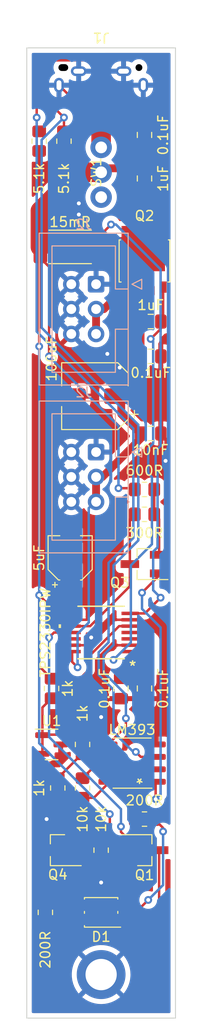
<source format=kicad_pcb>
(kicad_pcb (version 20211014) (generator pcbnew)
  (layers (0 "F.Cu" signal) (31 "B.Cu" signal) (34 "B.Paste" user) (35 "F.Paste" user) (36 "B.SilkS" user "B.Silkscreen") (37 "F.SilkS" user "F.Silkscreen") (38 "B.Mask" user) (39 "F.Mask" user) (44 "Edge.Cuts" user))
  (net 0 "")
  (net 1 "Net-(C1-Pad1)")
  (net 2 "GND")
  (net 3 "Net-(C2-Pad1)")
  (net 4 "/5v In")
  (net 5 "Net-(C5-Pad1)")
  (net 6 "/5v Out")
  (net 7 "Net-(D1-Pad1)")
  (net 8 "Net-(D1-Pad2)")
  (net 9 "Net-(Q4-Pad3)")
  (net 10 "Net-(J1-PadA4)")
  (net 11 "Net-(J1-PadA5)")
  (net 12 "Net-(J1-PadB5)")
  (net 13 "Net-(Q1-Pad1)")
  (net 14 "Net-(D1-Pad3)")
  (net 15 "Net-(Q2-Pad3)")
  (net 16 "Net-(Q3-Pad1)")
  (net 17 "Net-(Q3-Pad2)")
  (net 18 "Net-(Q3-Pad3)")
  (net 19 "Net-(R3-Pad1)")
  (net 20 "/1.25v Ref")
  (footprint "Resistor_SMD:R_0805_2012Metric_Pad1.20x1.40mm_HandSolder" (layer "F.Cu") (at 47.625 156.845 -90)
    (fp_text reference "R9" hide)
    (fp_text value "200R" (at 3.81 0 90) (layer "F.SilkS"))
    (pad "1" smd roundrect (at -1 0 270) (size 1.2 1.4) (layers "F.Cu" "F.Paste" "F.Mask") (roundrect_rratio 0.208333) (net 9 "Net-(Q4-Pad3)"))
    (pad "2" smd roundrect (at 1 0 270) (size 1.2 1.4) (layers "F.Cu" "F.Paste" "F.Mask") (roundrect_rratio 0.208333) (net 14 "Net-(D1-Pad3)"))
  )
  (footprint "LED_SMD:LED_Kingbright_AAA3528ESGCT" (layer "F.Cu") (at 53.34 156.845 180)
    (fp_text reference "D1" (at 0 -2.5) (layer "F.SilkS"))
    (fp_text value "LED_Dual_AKAK")
    (pad "1" smd rect (at -1.7 -0.725 180) (size 1.8 0.9) (layers "F.Cu" "F.Paste" "F.Mask") (net 7 "Net-(D1-Pad1)"))
    (pad "2" smd rect (at 1.7 -0.725 180) (size 1.8 0.9) (layers "F.Cu" "F.Paste" "F.Mask") (net 8 "Net-(D1-Pad2)"))
    (pad "3" smd rect (at 1.7 0.725 180) (size 1.8 0.9) (layers "F.Cu" "F.Paste" "F.Mask") (net 14 "Net-(D1-Pad3)"))
    (pad "4" smd rect (at -1.7 0.725 180) (size 1.8 0.9) (layers "F.Cu" "F.Paste" "F.Mask") (net 2 "GND"))
  )
  (footprint "Resistor_SMD:R_0805_2012Metric_Pad1.20x1.40mm_HandSolder" (layer "F.Cu") (at 51.435 139.7 90)
    (fp_text reference "R4" hide)
    (fp_text value "1k" (at 3.175 0 90) (layer "F.SilkS"))
    (pad "1" smd roundrect (at -1 0 90) (size 1.2 1.4) (layers "F.Cu" "F.Paste" "F.Mask") (roundrect_rratio 0.208333) (net 20 "/1.25v Ref"))
    (pad "2" smd roundrect (at 1 0 90) (size 1.2 1.4) (layers "F.Cu" "F.Paste" "F.Mask") (roundrect_rratio 0.208333) (net 19 "Net-(R3-Pad1)"))
  )
  (footprint "MountingHole:MountingHole_3.2mm_M3" (layer "F.Cu") (at 53.34 163.195)
    (fp_text reference "REF**" hide)
    (fp_text value "MountingHole_3.2mm_M3")
    (pad "" thru_hole circle (at 0 0) (size 5 5) (drill 3.2) (layers *.Cu *.Mask) (net 2 "GND"))
  )
  (footprint "Package_TO_SOT_SMD:SOT-23_Handsoldering" (layer "F.Cu") (at 57.785 150.495)
    (fp_text reference "Q1" (at 0 2.54) (layer "F.SilkS"))
    (fp_text value "Q_NMOS_GSD")
    (pad "1" smd rect (at -1.5 -0.95) (size 1.9 0.8) (layers "F.Cu" "F.Paste" "F.Mask") (net 13 "Net-(Q1-Pad1)"))
    (pad "2" smd rect (at -1.5 0.95) (size 1.9 0.8) (layers "F.Cu" "F.Paste" "F.Mask") (net 2 "GND"))
    (pad "3" smd rect (at 1.5 0) (size 1.9 0.8) (layers "F.Cu" "F.Paste" "F.Mask") (net 8 "Net-(D1-Pad2)"))
  )
  (footprint "Resistor_SMD:R_0805_2012Metric_Pad1.20x1.40mm_HandSolder" (layer "F.Cu") (at 57.785 116.205 180)
    (fp_text reference "R10" hide)
    (fp_text value "300R" (at 0 -1.905) (layer "F.SilkS"))
    (pad "1" smd roundrect (at -1 0 180) (size 1.2 1.4) (layers "F.Cu" "F.Paste" "F.Mask") (roundrect_rratio 0.208333) (net 17 "Net-(Q3-Pad2)"))
    (pad "2" smd roundrect (at 1 0 180) (size 1.2 1.4) (layers "F.Cu" "F.Paste" "F.Mask") (roundrect_rratio 0.208333) (net 18 "Net-(Q3-Pad3)"))
  )
  (footprint "Resistor_SMD:R_0805_2012Metric_Pad1.20x1.40mm_HandSolder" (layer "F.Cu") (at 49.53 78.105 -90)
    (fp_text reference "R1" hide)
    (fp_text value "5.1k" (at 3.81 0 90) (layer "F.SilkS"))
    (pad "1" smd roundrect (at -1 0 270) (size 1.2 1.4) (layers "F.Cu" "F.Paste" "F.Mask") (roundrect_rratio 0.208333) (net 12 "Net-(J1-PadB5)"))
    (pad "2" smd roundrect (at 1 0 270) (size 1.2 1.4) (layers "F.Cu" "F.Paste" "F.Mask") (roundrect_rratio 0.208333) (net 2 "GND"))
  )
  (footprint "Package_TO_SOT_SMD:SOT-23_Handsoldering" (layer "F.Cu") (at 57.785 121.285 180)
    (fp_text reference "Q3" (at 2.54 -1.905) (layer "F.SilkS"))
    (fp_text value "Q_PMOS_GSD")
    (pad "1" smd rect (at -1.5 -0.95 180) (size 1.9 0.8) (layers "F.Cu" "F.Paste" "F.Mask") (net 16 "Net-(Q3-Pad1)"))
    (pad "2" smd rect (at -1.5 0.95 180) (size 1.9 0.8) (layers "F.Cu" "F.Paste" "F.Mask") (net 17 "Net-(Q3-Pad2)"))
    (pad "3" smd rect (at 1.5 0 180) (size 1.9 0.8) (layers "F.Cu" "F.Paste" "F.Mask") (net 18 "Net-(Q3-Pad3)"))
  )
  (footprint "Package_TO_SOT_SMD:SOT-23_Handsoldering" (layer "F.Cu") (at 48.895 150.495 180)
    (fp_text reference "Q4" (at 0 -2.5) (layer "F.SilkS"))
    (fp_text value "Q_PMOS_GSD")
    (pad "1" smd rect (at -1.5 -0.95 180) (size 1.9 0.8) (layers "F.Cu" "F.Paste" "F.Mask") (net 13 "Net-(Q1-Pad1)"))
    (pad "2" smd rect (at -1.5 0.95 180) (size 1.9 0.8) (layers "F.Cu" "F.Paste" "F.Mask") (net 4 "/5v In"))
    (pad "3" smd rect (at 1.5 0 180) (size 1.9 0.8) (layers "F.Cu" "F.Paste" "F.Mask") (net 9 "Net-(Q4-Pad3)"))
  )
  (footprint "Resistor_SMD:R_0805_2012Metric_Pad1.20x1.40mm_HandSolder" (layer "F.Cu") (at 53.34 150.495 90)
    (fp_text reference "R12" hide)
    (fp_text value "10k" (at 3.175 0 90) (layer "F.SilkS"))
    (pad "1" smd roundrect (at -1 0 90) (size 1.2 1.4) (layers "F.Cu" "F.Paste" "F.Mask") (roundrect_rratio 0.208333) (net 13 "Net-(Q1-Pad1)"))
    (pad "2" smd roundrect (at 1 0 90) (size 1.2 1.4) (layers "F.Cu" "F.Paste" "F.Mask") (roundrect_rratio 0.208333) (net 4 "/5v In"))
  )
  (footprint "Resistor_SMD:R_2512_6332Metric_Pad1.40x3.35mm_HandSolder" (layer "F.Cu") (at 50.165 88.9)
    (fp_text reference "R7" hide)
    (fp_text value "15mR" (at 0 -2.54) (layer "F.SilkS"))
    (pad "1" smd roundrect (at -3.05 0) (size 1.4 3.35) (layers "F.Cu" "F.Paste" "F.Mask") (roundrect_rratio 0.178571) (net 4 "/5v In"))
    (pad "2" smd roundrect (at 3.05 0) (size 1.4 3.35) (layers "F.Cu" "F.Paste" "F.Mask") (roundrect_rratio 0.178571) (net 15 "Net-(Q2-Pad3)"))
  )
  (footprint "Capacitor_SMD:C_0805_2012Metric_Pad1.18x1.45mm_HandSolder" (layer "F.Cu") (at 58.42 96.52 180)
    (fp_text reference "C5" hide)
    (fp_text value "1uF" (at 0 1.68) (layer "F.SilkS"))
    (pad "1" smd roundrect (at -1.0375 0 180) (size 1.175 1.45) (layers "F.Cu" "F.Paste" "F.Mask") (roundrect_rratio 0.212766) (net 5 "Net-(C5-Pad1)"))
    (pad "2" smd roundrect (at 1.0375 0 180) (size 1.175 1.45) (layers "F.Cu" "F.Paste" "F.Mask") (roundrect_rratio 0.212766) (net 6 "/5v Out"))
  )
  (footprint "Resistor_SMD:R_0805_2012Metric_Pad1.20x1.40mm_HandSolder" (layer "F.Cu") (at 48.895 144.145 -90)
    (fp_text reference "R5" hide)
    (fp_text value "1k" (at 0 1.905 90) (layer "F.SilkS"))
    (pad "1" smd roundrect (at -1 0 270) (size 1.2 1.4) (layers "F.Cu" "F.Paste" "F.Mask") (roundrect_rratio 0.208333) (net 20 "/1.25v Ref"))
    (pad "2" smd roundrect (at 1 0 270) (size 1.2 1.4) (layers "F.Cu" "F.Paste" "F.Mask") (roundrect_rratio 0.208333) (net 2 "GND"))
  )
  (footprint "Resistor_SMD:R_0805_2012Metric_Pad1.20x1.40mm_HandSolder" (layer "F.Cu") (at 57.785 113.665)
    (fp_text reference "R8" hide)
    (fp_text value "600R" (at 0 -1.915) (layer "F.SilkS"))
    (pad "1" smd roundrect (at -1 0) (size 1.2 1.4) (layers "F.Cu" "F.Paste" "F.Mask") (roundrect_rratio 0.208333) (net 4 "/5v In"))
    (pad "2" smd roundrect (at 1 0) (size 1.2 1.4) (layers "F.Cu" "F.Paste" "F.Mask") (roundrect_rratio 0.208333) (net 17 "Net-(Q3-Pad2)"))
  )
  (footprint "Capacitor_SMD:C_0805_2012Metric_Pad1.18x1.45mm_HandSolder" (layer "F.Cu") (at 57.785 77.47 -90)
    (fp_text reference "C4" hide)
    (fp_text value "0.1uF" (at 0 -1.905 90) (layer "F.SilkS"))
    (pad "1" smd roundrect (at -1.0375 0 270) (size 1.175 1.45) (layers "F.Cu" "F.Paste" "F.Mask") (roundrect_rratio 0.212766) (net 2 "GND"))
    (pad "2" smd roundrect (at 1.0375 0 270) (size 1.175 1.45) (layers "F.Cu" "F.Paste" "F.Mask") (roundrect_rratio 0.212766) (net 4 "/5v In"))
  )
  (footprint "Capacitor_SMD:C_0805_2012Metric_Pad1.18x1.45mm_HandSolder" (layer "F.Cu") (at 57.785 133.985 -90)
    (fp_text reference "C2" hide)
    (fp_text value "0.1uF" (at 0 -1.905 90) (layer "F.SilkS"))
    (pad "1" smd roundrect (at -1.0375 0 270) (size 1.175 1.45) (layers "F.Cu" "F.Paste" "F.Mask") (roundrect_rratio 0.212766) (net 3 "Net-(C2-Pad1)"))
    (pad "2" smd roundrect (at 1.0375 0 270) (size 1.175 1.45) (layers "F.Cu" "F.Paste" "F.Mask") (roundrect_rratio 0.212766) (net 2 "GND"))
  )
  (footprint "Resistor_SMD:R_0805_2012Metric_Pad1.20x1.40mm_HandSolder" (layer "F.Cu") (at 46.99 78.105 -90)
    (fp_text reference "R2" hide)
    (fp_text value "5.1k" (at 3.81 0 -270) (layer "F.SilkS"))
    (pad "1" smd roundrect (at -1 0 270) (size 1.2 1.4) (layers "F.Cu" "F.Paste" "F.Mask") (roundrect_rratio 0.208333) (net 11 "Net-(J1-PadA5)"))
    (pad "2" smd roundrect (at 1 0 270) (size 1.2 1.4) (layers "F.Cu" "F.Paste" "F.Mask") (roundrect_rratio 0.208333) (net 2 "GND"))
  )
  (footprint "Package_TO_SOT_SMD:SOT-23" (layer "F.Cu") (at 48.26 139.7)
    (fp_text reference "U1" (at 0 -2.4) (layer "F.SilkS"))
    (fp_text value "TL431DBZ")
    (pad "1" smd roundrect (at -0.9375 -0.95) (size 1.475 0.6) (layers "F.Cu" "F.Paste" "F.Mask") (net 19 "Net-(R3-Pad1)"))
    (pad "2" smd roundrect (at -0.9375 0.95) (size 1.475 0.6) (layers "F.Cu" "F.Paste" "F.Mask") (net 19 "Net-(R3-Pad1)"))
    (pad "3" smd roundrect (at 0.9375 0) (size 1.475 0.6) (layers "F.Cu" "F.Paste" "F.Mask") (net 2 "GND"))
  )
  (footprint "Resistor_SMD:R_0805_2012Metric_Pad1.20x1.40mm_HandSolder" (layer "F.Cu") (at 51.435 144.145 90)
    (fp_text reference "R6" hide)
    (fp_text value "10k" (at -3.175 0 90) (layer "F.SilkS"))
    (pad "1" smd roundrect (at -1 0 90) (size 1.2 1.4) (layers "F.Cu" "F.Paste" "F.Mask") (roundrect_rratio 0.208333) (net 4 "/5v In"))
    (pad "2" smd roundrect (at 1 0 90) (size 1.2 1.4) (layers "F.Cu" "F.Paste" "F.Mask") (roundrect_rratio 0.208333) (net 16 "Net-(Q3-Pad1)"))
  )
  (footprint "Capacitor_SMD:C_0805_2012Metric_Pad1.18x1.45mm_HandSolder" (layer "F.Cu") (at 55.372 133.985 -90)
    (fp_text reference "C1" hide)
    (fp_text value "0.1uF" (at 0 1.68 90) (layer "F.SilkS"))
    (pad "1" smd roundrect (at -1.0375 0 270) (size 1.175 1.45) (layers "F.Cu" "F.Paste" "F.Mask") (roundrect_rratio 0.212766) (net 1 "Net-(C1-Pad1)"))
    (pad "2" smd roundrect (at 1.0375 0 270) (size 1.175 1.45) (layers "F.Cu" "F.Paste" "F.Mask") (roundrect_rratio 0.212766) (net 2 "GND"))
  )
  (footprint "Capacitor_SMD:CP_Elec_6.3x7.7" (layer "F.Cu") (at 52.705 104.14 180)
    (fp_text reference "C9" hide)
    (fp_text value "100uF" (at 4.445 3.81 90) (layer "F.SilkS"))
    (pad "1" smd roundrect (at -2.7 0 180) (size 3.5 1.6) (layers "F.Cu" "F.Paste" "F.Mask") (roundrect_rratio 0.15625) (net 6 "/5v Out"))
    (pad "2" smd roundrect (at 2.7 0 180) (size 3.5 1.6) (layers "F.Cu" "F.Paste" "F.Mask") (roundrect_rratio 0.15625) (net 2 "GND"))
  )
  (footprint "Misc:USB_C_6Pin_Vert" (layer "F.Cu") (at 53.34 72.39 180)
    (fp_text reference "J1" (at 0 4.85 180 unlocked) (layer "F.SilkS"))
    (fp_text value "USB_C_Receptacle_USB2.0")
    (pad "" np_thru_hole oval (at 3.875 1.8 180) (size 1 0.7) (drill oval 1 0.7) (layers *.Mask))
    (pad "" np_thru_hole circle (at -3.875 1.8 180) (size 0.7 0.7) (drill 0.7) (layers *.Mask))
    (pad "A5" smd roundrect (at -0.5 -1.1 180) (size 0.7 2) (layers "F.Cu" "F.Paste" "F.Mask") (net 11 "Net-(J1-PadA5)"))
    (pad "A9" smd roundrect (at 1.52 -1.1 180) (size 0.75 2) (layers "F.Cu" "F.Paste" "F.Mask") (net 10 "Net-(J1-PadA4)"))
    (pad "A12" smd roundrect (at 2.75 -1.1 180) (size 0.8 2) (layers "F.Cu" "F.Paste" "F.Mask") (net 2 "GND"))
    (pad "B5" smd roundrect (at 0.5 -1.1 180) (size 0.7 2) (layers "F.Cu" "F.Paste" "F.Mask") (net 12 "Net-(J1-PadB5)"))
    (pad "B9" smd roundrect (at -1.52 -1.1 180) (size 0.75 2) (layers "F.Cu" "F.Paste" "F.Mask") (net 10 "Net-(J1-PadA4)"))
    (pad "B12" smd roundrect (at -2.75 -1.1 180) (size 0.8 2) (layers "F.Cu" "F.Paste" "F.Mask") (net 2 "GND"))
    (pad "S1" thru_hole oval (at 4.32 0 180) (size 1 1.5) (drill oval 0.5 1) (layers *.Cu *.Mask) (net 2 "GND"))
    (pad "S1" thru_hole oval (at -2.3 1.43 180) (size 1.6 1) (drill oval 1.1 0.5) (layers *.Cu *.Mask) (net 2 "GND"))
    (pad "S1" thru_hole oval (at 2.3 1.43 180) (size 1.6 1) (drill oval 1.1 0.5) (layers *.Cu *.Mask) (net 2 "GND"))
    (pad "S1" thru_hole oval (at -4.32 0 180) (size 1 1.5) (drill oval 0.5 1) (layers *.Cu *.Mask) (net 2 "GND"))
  )
  (footprint "Capacitor_SMD:C_0805_2012Metric_Pad1.18x1.45mm_HandSolder" (layer "F.Cu") (at 57.785 81.915 90)
    (fp_text reference "C3" hide)
    (fp_text value "1uF" (at 0 1.905 90) (layer "F.SilkS"))
    (pad "1" smd roundrect (at -1.0375 0 90) (size 1.175 1.45) (layers "F.Cu" "F.Paste" "F.Mask") (roundrect_rratio 0.212766) (net 2 "GND"))
    (pad "2" smd roundrect (at 1.0375 0 90) (size 1.175 1.45) (layers "F.Cu" "F.Paste" "F.Mask") (roundrect_rratio 0.212766) (net 4 "/5v In"))
  )
  (footprint "Resistor_SMD:R_0805_2012Metric_Pad1.20x1.40mm_HandSolder" (layer "F.Cu") (at 48.26 133.985 90)
    (fp_text reference "R3" hide)
    (fp_text value "1k" (at 0 1.65 90) (layer "F.SilkS"))
    (pad "1" smd roundrect (at -1 0 90) (size 1.2 1.4) (layers "F.Cu" "F.Paste" "F.Mask") (roundrect_rratio 0.208333) (net 19 "Net-(R3-Pad1)"))
    (pad "2" smd roundrect (at 1 0 90) (size 1.2 1.4) (layers "F.Cu" "F.Paste" "F.Mask") (roundrect_rratio 0.208333) (net 4 "/5v In"))
  )
  (footprint "Capacitor_SMD:C_0805_2012Metric_Pad1.18x1.45mm_HandSolder" (layer "F.Cu") (at 58.42 107.95)
    (fp_text reference "C7" hide)
    (fp_text value "10nF" (at 0 1.68) (layer "F.SilkS"))
    (pad "1" smd roundrect (at -1.0375 0) (size 1.175 1.45) (layers "F.Cu" "F.Paste" "F.Mask") (roundrect_rratio 0.212766) (net 6 "/5v Out"))
    (pad "2" smd roundrect (at 1.0375 0) (size 1.175 1.45) (layers "F.Cu" "F.Paste" "F.Mask") (roundrect_rratio 0.212766) (net 2 "GND"))
  )
  (footprint "Capacitor_SMD:CP_Elec_4x5.4" (layer "F.Cu") (at 50.165 120.65 90)
    (fp_text reference "C6" hide)
    (fp_text value "5uF" (at 0 -3.175 90) (layer "F.SilkS"))
    (pad "1" smd roundrect (at -1.8 0 90) (size 2.6 1.6) (layers "F.Cu" "F.Paste" "F.Mask") (roundrect_rratio 0.15625) (net 4 "/5v In"))
    (pad "2" smd roundrect (at 1.8 0 90) (size 2.6 1.6) (layers "F.Cu" "F.Paste" "F.Mask") (roundrect_rratio 0.15625) (net 2 "GND"))
  )
  (footprint "Capacitor_SMD:C_0805_2012Metric_Pad1.18x1.45mm_HandSolder" (layer "F.Cu") (at 58.42 100.076)
    (fp_text reference "C8" hide)
    (fp_text value "0.1uF" (at 0 1.68) (layer "F.SilkS"))
    (pad "1" smd roundrect (at -1.0375 0) (size 1.175 1.45) (layers "F.Cu" "F.Paste" "F.Mask") (roundrect_rratio 0.212766) (net 6 "/5v Out"))
    (pad "2" smd roundrect (at 1.0375 0) (size 1.175 1.45) (layers "F.Cu" "F.Paste" "F.Mask") (roundrect_rratio 0.212766) (net 2 "GND"))
  )
  (footprint "TPS2330:PW14-M" (layer "F.Cu") (at 53.34 128.27 180)
    (fp_text reference "U3" hide)
    (fp_text value "TPS2330IPW" (at 5.715 0 90 unlocked) (layer "F.SilkS"))
    (fp_text user "*" (at -3.225 -3.4478) (layer "F.SilkS"))
    (pad "1" smd rect (at -2.971 -1.950001 180) (size 1.761998 0.3548) (layers "F.Cu" "F.Paste" "F.Mask") (net 5 "Net-(C5-Pad1)"))
    (pad "2" smd rect (at -2.971 -1.3 180) (size 1.761998 0.3548) (layers "F.Cu" "F.Paste" "F.Mask") (net 2 "GND"))
    (pad "3" smd rect (at -2.971 -0.649999 180) (size 1.761998 0.3548) (layers "F.Cu" "F.Paste" "F.Mask") (net 1 "Net-(C1-Pad1)"))
    (pad "4" smd rect (at -2.971 0 180) (size 1.761998 0.3548) (layers "F.Cu" "F.Paste" "F.Mask") (net 3 "Net-(C2-Pad1)"))
    (pad "5" smd rect (at -2.971 0.649999 180) (size 1.761998 0.3548) (layers "F.Cu" "F.Paste" "F.Mask") (net 4 "/5v In"))
    (pad "6" smd rect (at -2.971 1.3 180) (size 1.761998 0.3548) (layers "F.Cu" "F.Paste" "F.Mask") (net 2 "GND"))
    (pad "7" smd rect (at -2.971 1.949999 180) (size 1.761998 0.3548) (layers "F.Cu" "F.Paste" "F.Mask") (net 15 "Net-(Q2-Pad3)"))
    (pad "8" smd rect (at 2.971 1.950001 180) (size 1.761998 0.3548) (layers "F.Cu" "F.Paste" "F.Mask") (net 4 "/5v In"))
    (pad "9" smd rect (at 2.971 1.3 180) (size 1.761998 0.3548) (layers "F.Cu" "F.Paste" "F.Mask") (net 2 "GND"))
    (pad "10" smd rect (at 2.971 0.650001 180) (size 1.761998 0.3548) (layers "F.Cu" "F.Paste" "F.Mask") (net 18 "Net-(Q3-Pad3)"))
    (pad "11" smd rect (at 2.971 0 180) (size 1.761998 0.3548) (layers "F.Cu" "F.Paste" "F.Mask") (net 13 "Net-(Q1-Pad1)"))
    (pad "12" smd rect (at 2.971 -0.649999 180) (size 1.761998 0.3548) (layers "F.Cu" "F.Paste" "F.Mask"))
    (pad "13" smd rect (at 2.971 -1.3 180) (size 1.761998 0.3548) (layers "F.Cu" "F.Paste" "F.Mask") (net 2 "GND"))
    (pad "14" smd rect (at 2.971 -1.949999 180) (size 1.761998 0.3548) (layers "F.Cu" "F.Paste" "F.Mask") (net 6 "/5v Out"))
  )
  (footprint "Toggle:Miniature SPDT Toggle" (layer "F.Cu") (at 53.34 81.28 90)
    (fp_text reference "SW1" (at 0 -0.5 90 unlocked) (layer "F.SilkS"))
    (fp_text value "SW_SPST")
    (pad "1" thru_hole circle (at 2.54 0 90) (size 2.2 2.2) (drill 1.2) (layers *.Cu *.Mask) (net 10 "Net-(J1-PadA4)"))
    (pad "2" thru_hole circle (at 0 0 90) (size 2.2 2.2) (drill 1.2) (layers *.Cu *.Mask) (net 4 "/5v In"))
    (pad "3" thru_hole circle (at -2.54 0 90) (size 2.2 2.2) (drill 1.2) (layers *.Cu *.Mask))
  )
  (footprint "Package_SO:SOIC-8_3.9x4.9mm_P1.27mm" (layer "F.Cu") (at 56.515 141.605 180)
    (fp_text reference "U2" hide)
    (fp_text value "LM393" (at 0 3.4) (layer "F.SilkS"))
    (fp_text user "*" (at -0.762 -1.524 180 unlocked) (layer "F.SilkS"))
    (pad "1" smd roundrect (at -2.475 -1.905 180) (size 1.95 0.6) (layers "F.Cu" "F.Paste" "F.Mask") (net 16 "Net-(Q3-Pad1)"))
    (pad "2" smd roundrect (at -2.475 -0.635 180) (size 1.95 0.6) (layers "F.Cu" "F.Paste" "F.Mask") (net 20 "/1.25v Ref"))
    (pad "3" smd roundrect (at -2.475 0.635 180) (size 1.95 0.6) (layers "F.Cu" "F.Paste" "F.Mask") (net 11 "Net-(J1-PadA5)"))
    (pad "4" smd roundrect (at -2.475 1.905 180) (size 1.95 0.6) (layers "F.Cu" "F.Paste" "F.Mask") (net 2 "GND"))
    (pad "5" smd roundrect (at 2.475 1.905 180) (size 1.95 0.6) (layers "F.Cu" "F.Paste" "F.Mask") (net 12 "Net-(J1-PadB5)"))
    (pad "6" smd roundrect (at 2.475 0.635 180) (size 1.95 0.6) (layers "F.Cu" "F.Paste" "F.Mask") (net 20 "/1.25v Ref"))
    (pad "7" smd roundrect (at 2.475 -0.635 180) (size 1.95 0.6) (layers "F.Cu" "F.Paste" "F.Mask") (net 16 "Net-(Q3-Pad1)"))
    (pad "8" smd roundrect (at 2.475 -1.905 180) (size 1.95 0.6) (layers "F.Cu" "F.Paste" "F.Mask") (net 4 "/5v In"))
  )
  (footprint "Package_TO_SOT_SMD:LFPAK56" (layer "F.Cu") (at 57.785 90.17 90)
    (fp_text reference "Q2" (at 4.445 0 180) (layer "F.SilkS"))
    (fp_text value "Q_NMOS_GSD")
    (pad "1" smd rect (at -2.835 1.91) (size 0.7 1.15) (layers "F.Cu" "F.Paste" "F.Mask") (net 5 "Net-(C5-Pad1)"))
    (pad "2" smd rect (at -2.835 0.64) (size 0.7 1.15) (layers "F.Cu" "F.Paste" "F.Mask") (net 6 "/5v Out"))
    (pad "2" smd rect (at -2.835 -1.91) (size 0.7 1.15) (layers "F.Cu" "F.Paste" "F.Mask") (net 6 "/5v Out"))
    (pad "2" smd rect (at -2.835 -0.64) (size 0.7 1.15) (layers "F.Cu" "F.Paste" "F.Mask") (net 6 "/5v Out"))
    (pad "3" smd custom (at 0.435 0 90) (size 3.3 4.2) (layers "F.Cu" "F.Mask") (net 15 "Net-(Q2-Pad3)") (options (clearance outline) (anchor rect)) (primitives (gr_poly (pts (xy 2.975 2.35) (xy 1.425 2.35) (xy 1.425 -2.35) (xy 2.975 -2.35)) (width 0) (fill yes))))
  )
  (footprint "Resistor_SMD:R_0805_2012Metric_Pad1.20x1.40mm_HandSolder" (layer "F.Cu") (at 57.785 147.32)
    (fp_text reference "R11" hide)
    (fp_text value "200R" (at 0 -1.905) (layer "F.SilkS"))
    (pad "1" smd roundrect (at -1 0) (size 1.2 1.4) (layers "F.Cu" "F.Paste" "F.Mask") (roundrect_rratio 0.208333) (net 4 "/5v In"))
    (pad "2" smd roundrect (at 1 0) (size 1.2 1.4) (layers "F.Cu" "F.Paste" "F.Mask") (roundrect_rratio 0.208333) (net 7 "Net-(D1-Pad1)"))
  )
  (footprint "Connector_IDC:IDC-Header_2x03_P2.54mm_Vertical" (layer "B.Cu") (at 52.8225 109.85 180)
    (fp_text reference "J2" (at 1.27 6.1) (layer "B.SilkS") (effects (justify mirror)))
    (fp_text value "Conn_02x03_Odd_Even")
    (pad "1" thru_hole roundrect (at 0 0 180) (size 1.7 1.7) (drill 1) (layers *.Cu *.Mask) (roundrect_rratio 0.147059) (net 2 "GND"))
    (pad "2" thru_hole circle (at 2.54 0 180) (size 1.7 1.7) (drill 1) (layers *.Cu *.Mask) (net 2 "GND"))
    (pad "3" thru_hole circle (at 0 -2.54 180) (size 1.7 1.7) (drill 1) (layers *.Cu *.Mask) (net 6 "/5v Out"))
    (pad "4" thru_hole circle (at 2.54 -2.54 180) (size 1.7 1.7) (drill 1) (layers *.Cu *.Mask) (net 2 "GND"))
    (pad "5" thru_hole circle (at 0 -5.08 180) (size 1.7 1.7) (drill 1) (layers *.Cu *.Mask) (net 6 "/5v Out"))
    (pad "6" thru_hole circle (at 2.54 -5.08 180) (size 1.7 1.7) (drill 1) (layers *.Cu *.Mask) (net 2 "GND"))
  )
  (footprint "Connector_IDC:IDC-Header_2x03_P2.54mm_Vertical" (layer "B.Cu") (at 52.8225 92.71 180)
    (fp_text reference "J2" (at 1.27 6.1) (layer "B.SilkS") (effects (justify mirror)))
    (fp_text value "Conn_02x03_Odd_Even")
    (pad "1" thru_hole roundrect (at 0 0 180) (size 1.7 1.7) (drill 1) (layers *.Cu *.Mask) (roundrect_rratio 0.147059) (net 2 "GND"))
    (pad "2" thru_hole circle (at 2.54 0 180) (size 1.7 1.7) (drill 1) (layers *.Cu *.Mask) (net 2 "GND"))
    (pad "3" thru_hole circle (at 0 -2.54 180) (size 1.7 1.7) (drill 1) (layers *.Cu *.Mask) (net 6 "/5v Out"))
    (pad "4" thru_hole circle (at 2.54 -2.54 180) (size 1.7 1.7) (drill 1) (layers *.Cu *.Mask) (net 2 "GND"))
    (pad "5" thru_hole circle (at 0 -5.08 180) (size 1.7 1.7) (drill 1) (layers *.Cu *.Mask) (net 6 "/5v Out"))
    (pad "6" thru_hole circle (at 2.54 -5.08 180) (size 1.7 1.7) (drill 1) (layers *.Cu *.Mask) (net 2 "GND"))
  )
  (gr_line (start 45.72 68.58) (end 45.72 167.64) (layer "Edge.Cuts") (width 0.1))
  (gr_line (start 45.72 68.58) (end 60.96 68.58) (layer "Edge.Cuts") (width 0.1))
  (gr_line (start 45.72 167.64) (end 60.96 167.64) (layer "Edge.Cuts") (width 0.1))
  (gr_line (start 60.96 167.64) (end 60.96 68.58) (layer "Edge.Cuts") (width 0.1))
  (segment (start 57.545999 128.919999) (end 56.311 128.919999) (width 0.25) (layer "F.Cu") (net 1))
  (segment (start 57.912 131.064) (end 57.912 129.286) (width 0.25) (layer "F.Cu") (net 1))
  (segment (start 57.404 131.572) (end 57.912 131.064) (width 0.25) (layer "F.Cu") (net 1))
  (segment (start 55.372 132.334) (end 56.134 131.572) (width 0.25) (layer "F.Cu") (net 1))
  (segment (start 55.372 132.9475) (end 55.372 132.334) (width 0.25) (layer "F.Cu") (net 1))
  (segment (start 57.912 129.286) (end 57.545999 128.919999) (width 0.25) (layer "F.Cu") (net 1))
  (segment (start 56.134 131.572) (end 57.404 131.572) (width 0.25) (layer "F.Cu") (net 1))
  (segment (start 50.12 73.49) (end 49.02 72.39) (width 0.25) (layer "F.Cu") (net 2))
  (segment (start 50.369 126.97) (end 51.846 126.97) (width 0.25) (layer "F.Cu") (net 2))
  (segment (start 59.944 110.744) (end 59.944 108.4365) (width 0.25) (layer "F.Cu") (net 2))
  (segment (start 54.894 126.97) (end 54.864 127) (width 0.25) (layer "F.Cu") (net 2))
  (segment (start 50.369 129.57) (end 51.786 129.57) (width 0.25) (layer "F.Cu") (net 2))
  (segment (start 56.311 129.57) (end 54.64 129.57) (width 0.25) (layer "F.Cu") (net 2))
  (segment (start 59.944 108.4365) (end 59.4575 107.95) (width 0.25) (layer "F.Cu") (net 2))
  (segment (start 50.59 73.49) (end 50.12 73.49) (width 0.25) (layer "F.Cu") (net 2))
  (segment (start 56.311 126.97) (end 54.894 126.97) (width 0.25) (layer "F.Cu") (net 2))
  (via (at 47.752 147.32) (size 0.8) (drill 0.4) (layers "F.Cu" "B.Cu") (net 2))
  (via (at 51.054 85.598) (size 0.8) (drill 0.4) (layers "F.Cu" "B.Cu") (net 2))
  (via (at 53.34 153.797) (size 0.8) (drill 0.4) (layers "F.Cu" "B.Cu") (net 2))
  (via (at 52.324 128.778) (size 0.8) (drill 0.4) (layers "F.Cu" "B.Cu") (net 2))
  (via (at 51.054 84.455) (size 0.8) (drill 0.4) (layers "F.Cu" "B.Cu") (net 2))
  (via (at 59.944 110.744) (size 0.8) (drill 0.4) (layers "F.Cu" "B.Cu") (net 2))
  (via (at 55.245 101.219) (size 0.8) (drill 0.4) (layers "F.Cu" "B.Cu") (net 2))
  (via (at 53.34 136.906) (size 0.8) (drill 0.4) (layers "F.Cu" "B.Cu") (net 2))
  (via (at 53.975 99.822) (size 0.8) (drill 0.4) (layers "F.Cu" "B.Cu") (net 2))
  (segment (start 58.674 132.0585) (end 58.674 129.032) (width 0.25) (layer "F.Cu") (net 3))
  (segment (start 57.785 132.9475) (end 58.674 132.0585) (width 0.25) (layer "F.Cu") (net 3))
  (segment (start 57.912 128.27) (end 56.311 128.27) (width 0.25) (layer "F.Cu") (net 3))
  (segment (start 58.674 129.032) (end 57.912 128.27) (width 0.25) (layer "F.Cu") (net 3))
  (segment (start 53.34 81.28) (end 53.7425 80.8775) (width 0.8) (layer "F.Cu") (net 4))
  (segment (start 54.04 143.699) (end 54.04 143.51) (width 0.25) (layer "F.Cu") (net 4))
  (segment (start 52.562 145.145) (end 51.435 145.145) (width 0.25) (layer "F.Cu") (net 4))
  (segment (start 55.118 113.538) (end 56.658 113.538) (width 0.25) (layer "F.Cu") (net 4))
  (segment (start 55.180001 127.620001) (end 52.07 130.730002) (width 0.25) (layer "F.Cu") (net 4))
  (segment (start 53.34 81.28) (end 51.054 81.28) (width 2) (layer "F.Cu") (net 4))
  (segment (start 51.435 145.145) (end 52.594 145.145) (width 0.25) (layer "F.Cu") (net 4))
  (segment (start 46.99 124.46) (end 46.99 131.715) (width 0.25) (layer "F.Cu") (net 4))
  (segment (start 53.7425 80.8775) (end 57.785 80.8775) (width 0.8) (layer "F.Cu") (net 4))
  (segment (start 50.369 126.319999) (end 50.369 122.654) (width 0.25) (layer "F.Cu") (net 4))
  (segment (start 56.311 127.620001) (end 55.180001 127.620001) (width 0.25) (layer "F.Cu") (net 4))
  (segment (start 56.658 113.538) (end 56.785 113.665) (width 0.25) (layer "F.Cu") (net 4))
  (segment (start 46.99 131.715) (end 48.26 132.985) (width 0.25) (layer "F.Cu") (net 4))
  (segment (start 52.07 132.08) (end 51.165 132.985) (width 0.25) (layer "F.Cu") (net 4))
  (segment (start 53.34 149.495) (end 53.29 149.545) (width 0.25) (layer "F.Cu") (net 4))
  (segment (start 52.07 130.730002) (end 52.07 132.08) (width 0.25) (layer "F.Cu") (net 4))
  (segment (start 46.99 124.46) (end 48.849999 126.319999) (width 0.25) (layer "F.Cu") (net 4))
  (segment (start 48.849999 126.319999) (end 50.369 126.319999) (width 0.25) (layer "F.Cu") (net 4))
  (segment (start 53.29 149.545) (end 50.395 149.545) (width 0.25) (layer "F.Cu") (net 4))
  (segment (start 46.99 89.025) (end 47.115 88.9) (width 0.25) (layer "F.Cu") (net 4))
  (segment (start 51.165 132.985) (end 48.26 132.985) (width 0.25) (layer "F.Cu") (net 4))
  (segment (start 50.369 122.654) (end 50.165 122.45) (width 0.25) (layer "F.Cu") (net 4))
  (segment (start 54.229 146.812) (end 52.562 145.145) (width 0.25) (layer "F.Cu") (net 4))
  (segment (start 47.115 90.041) (end 47.115 88.9) (width 0.25) (layer "F.Cu") (net 4))
  (segment (start 54.229 146.812) (end 54.229 148.606) (width 0.25) (layer "F.Cu") (net 4))
  (segment (start 48.006 100.076) (end 48.006 90.932) (width 0.25) (layer "F.Cu") (net 4))
  (segment (start 51.054 81.28) (end 47.115 85.219) (width 2) (layer "F.Cu") (net 4))
  (segment (start 57.785 80.8775) (end 57.785 78.5075) (width 0.25) (layer "F.Cu") (net 4))
  (segment (start 48.006 90.932) (end 47.115 90.041) (width 0.25) (layer "F.Cu") (net 4))
  (segment (start 54.229 148.606) (end 53.34 149.495) (width 0.25) (layer "F.Cu") (net 4))
  (segment (start 47.115 85.219) (end 47.115 88.9) (width 2) (layer "F.Cu") (net 4))
  (segment (start 52.594 145.145) (end 54.04 143.699) (width 0.25) (layer "F.Cu") (net 4))
  (segment (start 46.99 99.06) (end 46.99 89.025) (width 0.25) (layer "F.Cu") (net 4))
  (via (at 55.118 113.538) (size 0.8) (drill 0.4) (layers "F.Cu" "B.Cu") (net 4))
  (via (at 46.99 124.46) (size 0.8) (drill 0.4) (layers "F.Cu" "B.Cu") (net 4))
  (via (at 48.006 100.076) (size 0.8) (drill 0.4) (layers "F.Cu" "B.Cu") (net 4))
  (via (at 54.229 146.812) (size 0.8) (drill 0.4) (layers "F.Cu" "B.Cu") (net 4))
  (via (at 46.99 99.06) (size 0.8) (drill 0.4) (layers "F.Cu" "B.Cu") (net 4))
  (segment (start 48.006 100.076) (end 55.118 107.188) (width 0.25) (layer "B.Cu") (net 4))
  (segment (start 46.99 99.06) (end 46.99 124.46) (width 0.25) (layer "B.Cu") (net 4))
  (segment (start 55.118 107.188) (end 55.118 113.538) (width 0.25) (layer "B.Cu") (net 4))
  (segment (start 46.99 139.573) (end 46.99 124.46) (width 0.25) (layer "B.Cu") (net 4))
  (segment (start 54.229 146.812) (end 46.99 139.573) (width 0.25) (layer "B.Cu") (net 4))
  (segment (start 59.4575 97.2605) (end 59.4575 96.52) (width 0.25) (layer "F.Cu") (net 5))
  (segment (start 59.4575 96.52) (end 59.695 96.2825) (width 0.25) (layer "F.Cu") (net 5))
  (segment (start 56.311 130.220001) (end 55.453999 130.220001) (width 0.25) (layer "F.Cu") (net 5))
  (segment (start 58.42 98.298) (end 59.4575 97.2605) (width 0.25) (layer "F.Cu") (net 5))
  (segment (start 55.453999 130.220001) (end 54.61 131.064) (width 0.25) (layer "F.Cu") (net 5))
  (segment (start 59.695 96.2825) (end 59.695 93.005) (width 0.25) (layer "F.Cu") (net 5))
  (via (at 54.61 131.064) (size 0.8) (drill 0.4) (layers "F.Cu" "B.Cu") (net 5))
  (via (at 58.42 98.298) (size 0.8) (drill 0.4) (layers "F.Cu" "B.Cu") (net 5))
  (segment (start 58.547 112.395) (end 58.547 119.253) (width 0.25) (layer "B.Cu") (net 5))
  (segment (start 56.388 121.412) (end 56.388 129.286) (width 0.25) (layer "B.Cu") (net 5))
  (segment (start 58.166 112.014) (end 58.547 112.395) (width 0.25) (layer "B.Cu") (net 5))
  (segment (start 58.674 98.552) (end 58.674 108.966) (width 0.25) (layer "B.Cu") (net 5))
  (segment (start 58.674 108.966) (end 58.166 109.474) (width 0.25) (layer "B.Cu") (net 5))
  (segment (start 56.388 129.286) (end 54.61 131.064) (width 0.25) (layer "B.Cu") (net 5))
  (segment (start 58.547 119.253) (end 56.388 121.412) (width 0.25) (layer "B.Cu") (net 5))
  (segment (start 58.42 98.298) (end 58.674 98.552) (width 0.25) (layer "B.Cu") (net 5))
  (segment (start 58.166 109.474) (end 58.166 112.014) (width 0.25) (layer "B.Cu") (net 5))
  (segment (start 57.3825 96.52) (end 57.3825 100.076) (width 0.8) (layer "F.Cu") (net 6))
  (segment (start 58.425 93.721) (end 57.3825 94.7635) (width 0.8) (layer "F.Cu") (net 6))
  (segment (start 57.3825 100.076) (end 57.3825 101.5275) (width 0.8) (layer "F.Cu") (net 6))
  (segment (start 50.369 131.268) (end 50.369 130.219999) (width 0.25) (layer "F.Cu") (net 6))
  (segment (start 52.8225 95.25) (end 52.8225 97.79) (width 0.8) (layer "F.Cu") (net 6))
  (segment (start 55.405 103.505) (end 55.405 105.9725) (width 0.8) (layer "F.Cu") (net 6))
  (segment (start 57.3825 101.5275) (end 55.405 103.505) (width 0.8) (layer "F.Cu") (net 6))
  (segment (start 55.405 105.9725) (end 57.3825 107.95) (width 0.8) (layer "F.Cu") (net 6))
  (segment (start 53.63 95.25) (end 55.875 93.005) (width 0.8) (layer "F.Cu") (net 6))
  (segment (start 52.8225 112.39) (end 52.8225 114.93) (width 0.8) (layer "F.Cu") (net 6))
  (segment (start 52.8225 112.39) (end 53.472 112.39) (width 0.8) (layer "F.Cu") (net 6))
  (segment (start 57.3825 108.4795) (end 57.3825 107.95) (width 0.8) (layer "F.Cu") (net 6))
  (segment (start 58.425 93.005) (end 58.425 93.721) (width 0.8) (layer "F.Cu") (net 6))
  (segment (start 57.145 93.005) (end 58.425 93.005) (width 0.8) (layer "F.Cu") (net 6))
  (segment (start 50.927 131.826) (end 50.369 131.268) (width 0.25) (layer "F.Cu") (net 6))
  (segment (start 55.875 93.005) (end 57.145 93.005) (width 0.8) (layer "F.Cu") (net 6))
  (segment (start 57.3825 94.7635) (end 57.3825 96.52) (width 0.8) (layer "F.Cu") (net 6))
  (segment (start 53.472 112.39) (end 57.3825 108.4795) (width 0.8) (layer "F.Cu") (net 6))
  (segment (start 52.8225 95.25) (end 53.63 95.25) (width 0.8) (layer "F.Cu") (net 6))
  (via (at 50.927 131.826) (size 0.8) (drill 0.4) (layers "F.Cu" "B.Cu") (net 6))
  (segment (start 52.07 127.254) (end 52.07 115.57) (width 0.25) (layer "B.Cu") (net 6))
  (segment (start 50.927 131.826) (end 50.927 128.397) (width 0.25) (layer "B.Cu") (net 6))
  (segment (start 52.07 115.57) (end 52.71 114.93) (width 0.25) (layer "B.Cu") (net 6))
  (segment (start 50.927 128.397) (end 52.07 127.254) (width 0.25) (layer "B.Cu") (net 6))
  (segment (start 52.71 114.93) (end 52.8225 114.93) (width 0.25) (layer "B.Cu") (net 6))
  (segment (start 58.166 155.575) (end 56.171 157.57) (width 0.25) (layer "F.Cu") (net 7))
  (segment (start 59.69 148.225) (end 58.785 147.32) (width 0.25) (layer "F.Cu") (net 7))
  (segment (start 56.171 157.57) (end 55.04 157.57) (width 0.25) (layer "F.Cu") (net 7))
  (segment (start 59.69 148.59) (end 59.69 148.225) (width 0.25) (layer "F.Cu") (net 7))
  (via (at 59.69 148.59) (size 0.8) (drill 0.4) (layers "F.Cu" "B.Cu") (net 7))
  (via (at 58.166 155.575) (size 0.8) (drill 0.4) (layers "F.Cu" "B.Cu") (net 7))
  (segment (start 59.69 154.051) (end 58.166 155.575) (width 0.25) (layer "B.Cu") (net 7))
  (segment (start 59.69 148.59) (end 59.69 154.051) (width 0.25) (layer "B.Cu") (net 7))
  (segment (start 56.769 159.004) (end 59.285 156.488) (width 0.25) (layer "F.Cu") (net 8))
  (segment (start 52.959 159.004) (end 56.769 159.004) (width 0.25) (layer "F.Cu") (net 8))
  (segment (start 51.64 157.57) (end 51.64 157.685) (width 0.25) (layer "F.Cu") (net 8))
  (segment (start 59.285 156.488) (end 59.285 150.495) (width 0.25) (layer "F.Cu") (net 8))
  (segment (start 51.64 157.685) (end 52.959 159.004) (width 0.25) (layer "F.Cu") (net 8))
  (segment (start 47.625 155.845) (end 47.395 155.615) (width 0.25) (layer "F.Cu") (net 9))
  (segment (start 47.395 155.615) (end 47.395 150.495) (width 0.25) (layer "F.Cu") (net 9))
  (segment (start 51.82 73.49) (end 51.82 74.68) (width 0.75) (layer "F.Cu") (net 10))
  (segment (start 53.34 78.74) (end 53.34 76.2) (width 2) (layer "F.Cu") (net 10))
  (segment (start 54.86 74.68) (end 53.34 76.2) (width 0.8) (layer "F.Cu") (net 10))
  (segment (start 54.86 73.49) (end 54.86 74.68) (width 0.75) (layer "F.Cu") (net 10))
  (segment (start 51.82 74.68) (end 53.34 76.2) (width 0.8) (layer "F.Cu") (net 10))
  (segment (start 56.896 140.462) (end 57.404 140.97) (width 0.25) (layer "F.Cu") (net 11))
  (segment (start 46.736 75.692) (end 46.736 76.851) (width 0.25) (layer "F.Cu") (net 11))
  (segment (start 53.84 73.49) (end 53.84 70.35) (width 0.25) (layer "F.Cu") (net 11))
  (segment (start 53.84 70.35) (end 52.705 69.215) (width 0.25) (layer "F.Cu") (net 11))
  (segment (start 48.0949 69.215) (end 46.736 70.5739) (width 0.25) (layer "F.Cu") (net 11))
  (segment (start 46.736 76.851) (end 46.99 77.105) (width 0.25) (layer "F.Cu") (net 11))
  (segment (start 52.705 69.215) (end 48.0949 69.215) (width 0.25) (layer "F.Cu") (net 11))
  (segment (start 57.404 140.97) (end 58.99 140.97) (width 0.25) (layer "F.Cu") (net 11))
  (segment (start 46.736 70.5739) (end 46.736 75.692) (width 0.25) (layer "F.Cu") (net 11))
  (via (at 56.896 140.462) (size 0.8) (drill 0.4) (layers "F.Cu" "B.Cu") (net 11))
  (via (at 46.736 75.692) (size 0.8) (drill 0.4) (layers "F.Cu" "B.Cu") (net 11))
  (segment (start 56.896 140.462) (end 56.642 140.462) (width 0.25) (layer "B.Cu") (net 11))
  (segment (start 53.086 130.302) (end 54.102 129.286) (width 0.25) (layer "B.Cu") (net 11))
  (segment (start 54.102 121.158) (end 56.642 118.618) (width 0.25) (layer "B.Cu") (net 11))
  (segment (start 56.642 140.462) (end 54.61 138.43) (width 0.25) (layer "B.Cu") (net 11))
  (segment (start 54.61 138.43) (end 54.61 134.112) (width 0.25) (layer "B.Cu") (net 11))
  (segment (start 56.642 118.618) (end 56.642 107.442) (width 0.25) (layer "B.Cu") (net 11))
  (segment (start 46.736 97.536) (end 46.736 75.692) (width 0.25) (layer "B.Cu") (net 11))
  (segment (start 54.61 134.112) (end 53.086 132.588) (width 0.25) (layer "B.Cu") (net 11))
  (segment (start 54.102 129.286) (end 54.102 121.158) (width 0.25) (layer "B.Cu") (net 11))
  (segment (start 56.642 107.442) (end 46.736 97.536) (width 0.25) (layer "B.Cu") (net 11))
  (segment (start 53.086 132.588) (end 53.086 130.302) (width 0.25) (layer "B.Cu") (net 11))
  (segment (start 52.07 69.85) (end 48.514 69.85) (width 0.25) (layer "F.Cu") (net 12))
  (segment (start 52.84 70.62) (end 52.07 69.85) (width 0.25) (layer "F.Cu") (net 12))
  (segment (start 47.498 70.866) (end 47.498 73.66) (width 0.25) (layer "F.Cu") (net 12))
  (segment (start 52.84 73.49) (end 52.84 70.62) (width 0.25) (layer "F.Cu") (net 12))
  (segment (start 47.498 73.66) (end 49.53 75.692) (width 0.25) (layer "F.Cu") (net 12))
  (segment (start 49.53 75.692) (end 49.53 77.105) (width 0.25) (layer "F.Cu") (net 12))
  (segment (start 55.88 137.86) (end 54.04 139.7) (width 0.25) (layer "F.Cu") (net 12))
  (segment (start 55.88 137.033) (end 55.88 137.86) (width 0.25) (layer "F.Cu") (net 12))
  (segment (start 48.514 69.85) (end 47.498 70.866) (width 0.25) (layer "F.Cu") (net 12))
  (via (at 49.53 75.692) (size 0.8) (drill 0.4) (layers "F.Cu" "B.Cu") (net 12))
  (via (at 55.88 137.033) (size 0.8) (drill 0.4) (layers "F.Cu" "B.Cu") (net 12))
  (segment (start 53.594 130.556) (end 54.61 129.54) (width 0.25) (layer "B.Cu") (net 12))
  (segment (start 47.244 77.978) (end 49.53 75.692) (width 0.25) (layer "B.Cu") (net 12))
  (segment (start 55.88 134.62) (end 53.594 132.334) (width 0.25) (layer "B.Cu") (net 12))
  (segment (start 47.244 97.155) (end 47.244 77.978) (width 0.25) (layer "B.Cu") (net 12))
  (segment (start 55.88 137.033) (end 55.88 134.62) (width 0.25) (layer "B.Cu") (net 12))
  (segment (start 53.594 132.334) (end 53.594 130.556) (width 0.25) (layer "B.Cu") (net 12))
  (segment (start 57.15 118.872) (end 57.15 107.061) (width 0.25) (layer "B.Cu") (net 12))
  (segment (start 54.61 129.54) (end 54.61 121.412) (width 0.25) (layer "B.Cu") (net 12))
  (segment (start 54.61 121.412) (end 57.15 118.872) (width 0.25) (layer "B.Cu") (net 12))
  (segment (start 57.15 107.061) (end 47.244 97.155) (width 0.25) (layer "B.Cu") (net 12))
  (segment (start 55.433 149.545) (end 56.285 149.545) (width 0.25) (layer "F.Cu") (net 13))
  (segment (start 48.514 128.27) (end 50.369 128.27) (width 0.25) (layer "F.Cu") (net 13))
  (segment (start 50.395 151.445) (end 53.29 151.445) (width 0.25) (layer "F.Cu") (net 13))
  (segment (start 53.483 151.495) (end 55.433 149.545) (width 0.25) (layer "F.Cu") (net 13))
  (segment (start 53.29 151.445) (end 53.34 151.495) (width 0.25) (layer "F.Cu") (net 13))
  (segment (start 53.34 151.495) (end 53.483 151.495) (width 0.25) (layer "F.Cu") (net 13))
  (segment (start 48.006 128.778) (end 48.514 128.27) (width 0.25) (layer "F.Cu") (net 13))
  (segment (start 55.372 148.082) (end 55.372 148.632) (width 0.25) (layer "F.Cu") (net 13))
  (segment (start 55.372 148.632) (end 56.285 149.545) (width 0.25) (layer "F.Cu") (net 13))
  (via (at 48.006 128.778) (size 0.8) (drill 0.4) (layers "F.Cu" "B.Cu") (net 13))
  (via (at 55.372 148.082) (size 0.8) (drill 0.4) (layers "F.Cu" "B.Cu") (net 13))
  (segment (start 48.006 128.778) (end 48.006 138.938) (width 0.25) (layer "B.Cu") (net 13))
  (segment (start 55.372 146.304) (end 55.372 148.082) (width 0.25) (layer "B.Cu") (net 13))
  (segment (start 48.006 138.938) (end 55.372 146.304) (width 0.25) (layer "B.Cu") (net 13))
  (segment (start 51.64 156.12) (end 50.128 156.12) (width 0.25) (layer "F.Cu") (net 14))
  (segment (start 48.403 157.845) (end 47.625 157.845) (width 0.25) (layer "F.Cu") (net 14))
  (segment (start 50.128 156.12) (end 48.403 157.845) (width 0.25) (layer "F.Cu") (net 14))
  (segment (start 56.896 88.9) (end 53.75 88.9) (width 2) (layer "F.Cu") (net 15))
  (segment (start 56.311 126.320001) (end 57.829999 126.320001) (width 0.25) (layer "F.Cu") (net 15))
  (segment (start 54.356 86.614) (end 53.215 87.755) (width 0.25) (layer "F.Cu") (net 15))
  (segment (start 57.829999 126.320001) (end 59.436 124.714) (width 0.25) (layer "F.Cu") (net 15))
  (segment (start 57.731 89.735) (end 56.896 88.9) (width 2) (layer "F.Cu") (net 15))
  (segment (start 57.785 89.735) (end 57.731 89.735) (width 2) (layer "F.Cu") (net 15))
  (segment (start 53.215 87.755) (end 53.215 88.9) (width 0.25) (layer "F.Cu") (net 15))
  (via (at 59.436 124.714) (size 0.8) (drill 0.4) (layers "F.Cu" "B.Cu") (net 15))
  (via (at 54.356 86.614) (size 0.8) (drill 0.4) (layers "F.Cu" "B.Cu") (net 15))
  (segment (start 59.124 111.891802) (end 59.124 119.566396) (width 0.25) (layer "B.Cu") (net 15))
  (segment (start 59.124 119.566396) (end 58.674 120.016396) (width 0.25) (layer "B.Cu") (net 15))
  (segment (start 58.674 123.952) (end 59.436 124.714) (width 0.25) (layer "B.Cu") (net 15))
  (segment (start 54.864 86.614) (end 59.436 91.186) (width 0.25) (layer "B.Cu") (net 15))
  (segment (start 58.928 111.695802) (end 59.124 111.891802) (width 0.25) (layer "B.Cu") (net 15))
  (segment (start 54.356 86.614) (end 54.864 86.614) (width 0.25) (layer "B.Cu") (net 15))
  (segment (start 58.674 120.016396) (end 58.674 123.952) (width 0.25) (layer "B.Cu") (net 15))
  (segment (start 59.436 109.22) (end 58.928 109.728) (width 0.25) (layer "B.Cu") (net 15))
  (segment (start 58.928 109.728) (end 58.928 111.695802) (width 0.25) (layer "B.Cu") (net 15))
  (segment (start 59.436 91.186) (end 59.436 109.22) (width 0.25) (layer "B.Cu") (net 15))
  (segment (start 57.531 124.206) (end 59.285 122.452) (width 0.25) (layer "F.Cu") (net 16))
  (segment (start 58.99 143.51) (end 57.15 143.51) (width 0.25) (layer "F.Cu") (net 16))
  (segment (start 57.15 143.51) (end 55.88 142.24) (width 0.25) (layer "F.Cu") (net 16))
  (segment (start 52.34 142.24) (end 51.435 143.145) (width 0.25) (layer "F.Cu") (net 16))
  (segment (start 54.04 142.24) (end 52.34 142.24) (width 0.25) (layer "F.Cu") (net 16))
  (segment (start 58.928 143.572) (end 58.99 143.51) (width 0.25) (layer "F.Cu") (net 16))
  (segment (start 58.928 145.288) (end 58.928 143.572) (width 0.25) (layer "F.Cu") (net 16))
  (segment (start 59.285 122.452) (end 59.285 122.235) (width 0.25) (layer "F.Cu") (net 16))
  (segment (start 55.88 142.24) (end 54.04 142.24) (width 0.25) (layer "F.Cu") (net 16))
  (via (at 58.928 145.288) (size 0.8) (drill 0.4) (layers "F.Cu" "B.Cu") (net 16))
  (via (at 57.531 124.206) (size 0.8) (drill 0.4) (layers "F.Cu" "B.Cu") (net 16))
  (segment (start 59.436 127.762) (end 59.436 144.78) (width 0.25) (layer "B.Cu") (net 16))
  (segment (start 57.531 124.206) (end 57.531 125.857) (width 0.25) (layer "B.Cu") (net 16))
  (segment (start 59.436 144.78) (end 58.928 145.288) (width 0.25) (layer "B.Cu") (net 16))
  (segment (start 57.531 125.857) (end 59.436 127.762) (width 0.25) (layer "B.Cu") (net 16))
  (segment (start 59.285 116.705) (end 58.785 116.205) (width 0.25) (layer "F.Cu") (net 17))
  (segment (start 59.285 120.335) (end 59.285 116.705) (width 0.25) (layer "F.Cu") (net 17))
  (segment (start 58.785 116.205) (end 58.785 113.665) (width 0.25) (layer "F.Cu") (net 17))
  (segment (start 56.285 123.547) (end 56.285 121.285) (width 0.25) (layer "F.Cu") (net 18))
  (segment (start 52.212001 127.619999) (end 56.285 123.547) (width 0.25) (layer "F.Cu") (net 18))
  (segment (start 56.285 116.705) (end 56.785 116.205) (width 0.25) (layer "F.Cu") (net 18))
  (segment (start 50.369 127.619999) (end 52.212001 127.619999) (width 0.25) (layer "F.Cu") (net 18))
  (segment (start 56.285 121.285) (end 56.285 116.705) (width 0.25) (layer "F.Cu") (net 18))
  (segment (start 47.3225 138.75) (end 47.3225 140.65) (width 0.25) (layer "F.Cu") (net 19))
  (segment (start 51.435 138.7) (end 47.3725 138.7) (width 0.25) (layer "F.Cu") (net 19))
  (segment (start 47.3725 138.7) (end 47.3225 138.75) (width 0.25) (layer "F.Cu") (net 19))
  (segment (start 47.3225 138.75) (end 47.3225 135.9225) (width 0.25) (layer "F.Cu") (net 19))
  (segment (start 47.3225 135.9225) (end 48.26 134.985) (width 0.25) (layer "F.Cu") (net 19))
  (segment (start 54.04 140.97) (end 55.88 140.97) (width 0.25) (layer "F.Cu") (net 20))
  (segment (start 51.435 140.7) (end 51.34 140.7) (width 0.25) (layer "F.Cu") (net 20))
  (segment (start 53.77 140.7) (end 54.04 140.97) (width 0.25) (layer "F.Cu") (net 20))
  (segment (start 57.15 142.24) (end 58.99 142.24) (width 0.25) (layer "F.Cu") (net 20))
  (segment (start 55.88 140.97) (end 57.15 142.24) (width 0.25) (layer "F.Cu") (net 20))
  (segment (start 51.34 140.7) (end 48.895 143.145) (width 0.25) (layer "F.Cu") (net 20))
  (segment (start 51.435 140.7) (end 53.77 140.7) (width 0.25) (layer "F.Cu") (net 20))
  (zone (net 2) (net_name "GND") (layers F&B.Cu) (connect_pads (clearance 0.508)) (min_thickness 0.254) (fill yes (thermal_gap 0.508) (thermal_bridge_width 0.508))
    (polygon (pts (xy 60.96 167.64) (xy 45.72 167.64) (xy 45.72 68.58) (xy 60.96 68.58)))
  )
)
</source>
